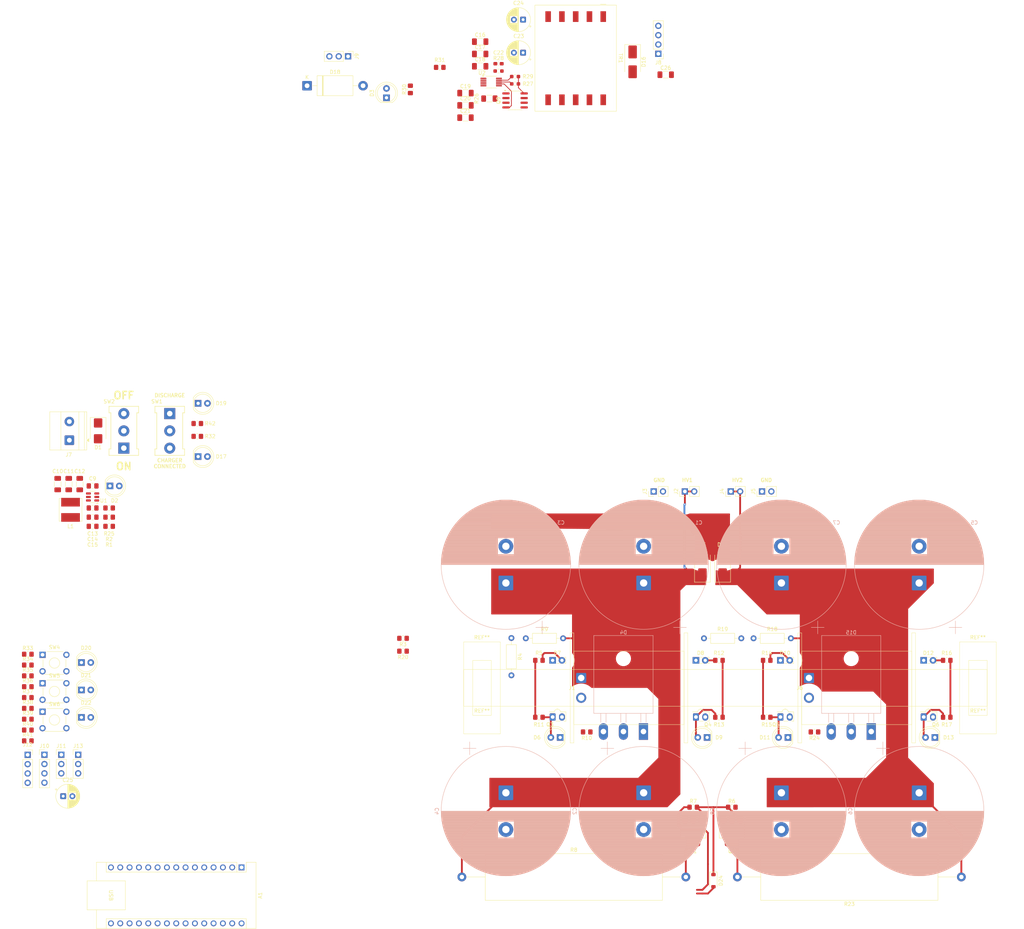
<source format=kicad_pcb>
(kicad_pcb (version 20241229) (generator "pcbnew") (generator_version "9.0")
  (title_block (title "Gauss-Beschleuniger") (date "2025-11-17") (rev "v1.0.0") (comment 1 "Designer: Erik Friedel"))
  (layers (0 "F.Cu" signal) (2 "B.Cu" signal) (13 "F.Paste" user) (15 "B.Paste" user) (5 "F.SilkS" user "F.Silkscreen") (7 "B.SilkS" user "B.Silkscreen") (1 "F.Mask" user) (3 "B.Mask" user) (25 "Edge.Cuts" user))
  (net 0 "")
  (net 2 "Net-(A1-D3)")
  (net 3 "/Controller/Stage1_optical1")
  (net 5 "GND")
  (net 6 "/Controller/SDA")
  (net 7 "Net-(A1-~{RESET}-Pad28)")
  (net 9 "/Controller/uC_trigger_in")
  (net 12 "/Controller/uC_Stage2_trigger")
  (net 15 "/Controller/Stage1_charge_sense")
  (net 16 "/Cap-Charger/~{DONE}")
  (net 18 "/Controller/uC_Charge")
  (net 19 "/Controller/Stage1_optical2")
  (net 20 "/Controller/uC_Discharge")
  (net 21 "/Controller/Stage2_optical2")
  (net 22 "/Controller/SCL")
  (net 25 "/Controller/Stage2_charge_sense")
  (net 26 "/Controller/uC_Stage1_trigger")
  (net 27 "+5V")
  (net 28 "/Controller/Stage2_optical1")
  (net 29 "/Firing-Stage/HV_S1")
  (net 30 "/Firing-Stage/HV_S2")
  (net 31 "+24V")
  (net 32 "Net-(U1-CB)")
  (net 33 "Net-(U1-SW)")
  (net 34 "/Cap-Charger/Charge supply")
  (net 35 "Net-(D18-A)")
  (net 36 "Net-(U2-RBG)")
  (net 37 "Net-(D1-A1)")
  (net 38 "Net-(D2-A)")
  (net 39 "Net-(D3-A)")
  (net 40 "Net-(D4-A)")
  (net 41 "/Controller/Stage1_trigger_lp")
  (net 42 "/Cap-Charger/HV-Charger_out")
  (net 43 "Net-(D7-A)")
  (net 44 "Net-(D8-A)")
  (net 45 "Net-(D10-A)")
  (net 46 "Net-(D12-A)")
  (net 47 "/Controller/Stage2_trigger_lp")
  (net 48 "Net-(D15-A)")
  (net 49 "Net-(D17-A)")
  (net 50 "Net-(D18-K)")
  (net 51 "Net-(D19-A)")
  (net 52 "Net-(D20-A)")
  (net 53 "Net-(D21-A)")
  (net 54 "Net-(D22-A)")
  (net 56 "Net-(J10-Pin_3)")
  (net 57 "Net-(J11-Pin_3)")
  (net 58 "/Cap-Charger/EN")
  (net 59 "Net-(J13-Pin_3)")
  (net 60 "Net-(Q1-D)")
  (net 61 "Net-(Q2-D)")
  (net 62 "Net-(U2-SOURCE)")
  (net 63 "Net-(Q9-D-Pad5)")
  (net 64 "Net-(Q9-G)")
  (net 65 "Net-(U1-FB)")
  (net 66 "Net-(R4-Pad1)")
  (net 67 "/Controller/Discharge")
  (net 68 "Net-(R18-Pad2)")
  (net 69 "Net-(U2-RDCM)")
  (net 70 "Net-(U2-RVout)")
  (net 71 "Net-(R39-Pad2)")
  (net 77 "/Firing-Stage/discharge_gate")
  (net 78 "Net-(D16-A)")
  (footprint "Diode_THT:D_DO-201_P15.24mm_Horizontal" (layer "F.Cu") (at 104.88 -14)
    (property "Reference" "D18")
    (property "Value" "1N5340BG 6V")
  )
  (footprint "OptoDevice:Osram_LPT80A" (layer "F.Cu") (at 272.73 157.935 90)
    (property "Reference" "Q6")
    (property "Value" "940nm")
  )
  (footprint "Diode_SMD:D_SMB_Handsoldering" (layer "F.Cu") (at 193.5 -20.5 -90)
    (property "Reference" "D16")
    (property "Value" "1000V")
  )
  (footprint "Resistor_SMD:R_1206_3216Metric_Pad1.30x1.75mm_HandSolder" (layer "F.Cu") (at 154.5 -10.5 180)
    (property "Reference" "R26")
    (property "Value" "12mR")
  )
  (footprint "Capacitor_SMD:C_1206_3216Metric_Pad1.33x1.80mm_HandSolder" (layer "F.Cu") (at 148 -5.3)
    (property "Reference" "C21")
    (property "Value" "4u7")
  )
  (footprint "Resistor_THT:R_Axial_DIN0207_L6.3mm_D2.5mm_P10.16mm_Horizontal" (layer "F.Cu") (at 160.5 136.42 -90)
    (property "Reference" "R4")
    (property "Value" "470k")
  )
  (footprint "Resistor_SMD:R_0805_2012Metric_Pad1.20x1.40mm_HandSolder" (layer "F.Cu") (at 28.874759 149.68)
    (property "Reference" "R36")
    (property "Value" "10k")
  )
  (footprint "Resistor_SMD:R_0805_2012Metric_Pad1.20x1.40mm_HandSolder" (layer "F.Cu") (at 230 142.5)
    (property "Reference" "R14")
    (property "Value" "1k")
  )
  (footprint "Capacitor_THT:CP_Radial_D6.3mm_P2.50mm" (layer "F.Cu") (at 163.68238 -32 180)
    (property "Reference" "C24")
    (property "Value" "100u 35V")
  )
  (footprint "Resistor_SMD:R_0805_2012Metric_Pad1.20x1.40mm_HandSolder" (layer "F.Cu") (at 75 78 180)
    (property "Reference" "R42")
    (property "Value" "10k")
  )
  (footprint "Capacitor_SMD:C_0805_2012Metric_Pad1.18x1.45mm_HandSolder" (layer "F.Cu") (at 46.5 101 180)
    (property "Reference" "C13")
    (property "Value" "100n")
  )
  (footprint "Diode_SMD:D_SMB_Handsoldering" (layer "F.Cu") (at 212.5 116.5 90)
    (property "Reference" "D5")
    (property "Value" "MURS160")
  )
  (footprint "Capacitor_SMD:C_0805_2012Metric_Pad1.18x1.45mm_HandSolder" (layer "F.Cu") (at 46.5 103.5)
    (property "Reference" "C14")
    (property "Value" "22u")
  )
  (footprint "Resistor_SMD:R_0805_2012Metric_Pad1.20x1.40mm_HandSolder" (layer "F.Cu") (at 28.874759 161.48)
    (property "Reference" "R40")
    (property "Value" "1k")
  )
  (footprint "Resistor_THT:R_Axial_Power_L48.0mm_W12.5mm_P60.96mm" (layer "F.Cu") (at 282.98 201.5 180)
    (property "Reference" "R23")
    (property "Value" "2k 5W SQP10AJB-2K")
  )
  (footprint "Connector_Wire:SolderWire-1sqmm_1x02_P5.4mm_D1.4mm_OD2.7mm" (layer "F.Cu") (at 179.5 147.3 -90)
    (property "Reference" "J1")
    (property "Value" "Conn_01x02")
  )
  (footprint "Resistor_SMD:R_0603_1608Metric_Pad0.98x0.95mm_HandSolder" (layer "F.Cu") (at 161.5 -16.5)
    (property "Reference" "R29")
    (property "Value" "60k4")
  )
  (footprint "Capacitor_SMD:C_1206_3216Metric_Pad1.33x1.80mm_HandSolder" (layer "F.Cu") (at 148 -8.65)
    (property "Reference" "C20")
    (property "Value" "4u7")
  )
  (footprint "LED_THT:LED_SideEmitter_Rectangular_W4.5mm_H1.6mm" (layer "F.Cu") (at 233.73 142.5)
    (property "Reference" "D10")
    (property "Value" "940nm")
  )
  (footprint "Resistor_SMD:R_0603_1608Metric_Pad0.98x0.95mm_HandSolder" (layer "F.Cu") (at 157 -18 180)
    (property "Reference" "R28")
    (property "Value" "2k49")
  )
  (footprint "Resistor_THT:R_Axial_DIN0207_L6.3mm_D2.5mm_P10.16mm_Horizontal" (layer "F.Cu") (at 236.58 136.5 180)
    (property "Reference" "R18")
    (property "Value" "470k")
  )
  (footprint "Button_Switch_THT:SW_TH_Tactile_Omron_B3F-10xx" (layer "F.Cu") (at 32.874759 156.48)
    (property "Reference" "SW6")
    (property "Value" "SW_Omron_B3FS")
  )
  (footprint "Resistor_SMD:R_0805_2012Metric_Pad1.20x1.40mm_HandSolder" (layer "F.Cu") (at 141 -18.999999 180)
    (property "Reference" "R31")
    (property "Value" "10k")
  )
  (footprint "Resistor_THT:R_Axial_DIN0207_L6.3mm_D2.5mm_P10.16mm_Horizontal" (layer "F.Cu") (at 223.08 136.5 180)
    (property "Reference" "R19")
    (property "Value" "470k")
  )
  (footprint "Capacitor_SMD:C_1206_3216Metric_Pad1.33x1.80mm_HandSolder" (layer "F.Cu") (at 43 94.5 90)
    (property "Reference" "C12")
    (property "Value" "1u")
  )
  (footprint "Resistor_SMD:R_0805_2012Metric_Pad1.20x1.40mm_HandSolder" (layer "F.Cu") (at 243 162 180)
    (property "Reference" "R24")
    (property "Value" "10k")
  )
  (footprint "Diode_SMD:D_SMB_Handsoldering" (layer "F.Cu") (at 218 116.5 90)
    (property "Reference" "D25")
    (property "Value" "MURS160")
  )
  (footprint "LED_THT:LED_D5.0mm" (layer "F.Cu") (at 43.464759 143.09)
    (property "Reference" "D20")
    (property "Value" "LED red")
  )
  (footprint "Resistor_SMD:R_0805_2012Metric_Pad1.20x1.40mm_HandSolder" (layer "F.Cu") (at 131 136.5 180)
    (property "Reference" "R3")
    (property "Value" "10k")
  )
  (footprint "Resistor_SMD:R_0805_2012Metric_Pad1.20x1.40mm_HandSolder" (layer "F.Cu") (at 131 140 180)
    (property "Reference" "R20")
    (property "Value" "10k")
  )
  (footprint "Resistor_THT:R_Axial_DIN0207_L6.3mm_D2.5mm_P10.16mm_Horizontal" (layer "F.Cu") (at 174.58 136.5 180)
    (property "Reference" "R9")
    (property "Value" "470k")
  )
  (footprint "Package_TO_SOT_SMD:SOT-23-6" (layer "F.Cu") (at 46.5 98 180)
    (property "Reference" "U1")
    (property "Value" "LMR50410")
  )
  (footprint "MountingHole:MountingHole_3.2mm_M3_DIN965" (layer "F.Cu") (at 287.5 140)
    (property "Reference" "REF**")
    (property "Value" "MountingHole_3.2mm_M3_DIN965")
  )
  (footprint "Resistor_SMD:R_0805_2012Metric_Pad1.20x1.40mm_HandSolder" (layer "F.Cu") (at 28.874759 155.58)
    (property "Reference" "R38")
    (property "Value" "10k")
  )
  (footprint "Resistor_SMD:R_0805_2012Metric_Pad1.20x1.40mm_HandSolder" (layer "F.Cu") (at 279 158 180)
    (property "Reference" "R17")
    (property "Value" "10k")
  )
  (footprint "Capacitor_THT:CP_Radial_D6.3mm_P2.50mm" (layer "F.Cu") (at 38.5 179.5)
    (property "Reference" "C25")
    (property "Value" "100u 35V")
  )
  (footprint "Diode_SMD:D_SOD-123" (layer "F.Cu") (at 215.5 202.5 -90)
    (property "Reference" "D24")
    (property "Value" "D_Schottky")
  )
  (footprint "Resistor_SMD:R_0805_2012Metric_Pad1.20x1.40mm_HandSolder" (layer "F.Cu") (at 51 101 180)
    (property "Reference" "R25")
    (property "Value" "22k1")
  )
  (footprint "Resistor_SMD:R_0603_1608Metric_Pad0.98x0.95mm_HandSolder" (layer "F.Cu") (at 161.5 -14.5)
    (property "Reference" "R27")
    (property "Value" "43k")
  )
  (footprint "Connector_PinHeader_2.54mm:PinHeader_1x02_P2.54mm_Vertical" (layer "F.Cu") (at 228.725 96.5 90)
    (property "Reference" "J5")
    (property "Value" "Conn_01x02")
  )
  (footprint "Package_TO_SOT_SMD:SOT-223-3_TabPin2" (layer "F.Cu") (at 210 189 -90)
    (property "Reference" "Q1")
    (property "Value" "Q_NMOS_GDS")
  )
  (footprint "00_Library:Toggle_Switch_SPDT_PCB" (layer "F.Cu") (at 55 84.7 180)
    (property "Reference" "SW2")
    (property "Value" "SW_SPDT" (hide yes))
  )
  (footprint "Resistor_SMD:R_0805_2012Metric_Pad1.20x1.40mm_HandSolder" (layer "F.Cu") (at 28.874759 140.83)
    (property "Reference" "R33")
    (property "Value" "10k")
  )
  (footprint "TerminalBlock_Phoenix:TerminalBlock_Phoenix_MKDS-1,5-2-5.08_1x02_P5.08mm_Horizontal" (layer "F.Cu") (at 40.1725 82.545 90)
    (property "Reference" "J7")
    (property "Value" "Screw_Terminal_01x02")
  )
  (footprint "Capacitor_SMD:C_0805_2012Metric_Pad1.18x1.45mm_HandSolder" (layer "F.Cu") (at 46.5 106)
    (property "Reference" "C15")
    (property "Value" "22u")
  )
  (footprint "LED_THT:LED_SideEmitter_Rectangular_W4.5mm_H1.6mm" (layer "F.Cu") (at 171.73 142.5)
    (property "Reference" "D7")
    (property "Value" "940nm")
  )
  (footprint "Module:Arduino_Nano" (layer "F.Cu") (at 87.05 198.89 -90)
    (property "Reference" "A1")
    (property "Value" "Arduino_Nano_v3.x")
  )
  (footprint "LED_THT:LED_D5.0mm" (layer "F.Cu") (at 75.225 72.5)
    (property "Reference" "D19")
    (property "Value" "LED red")
  )
  (footprint "Resistor_SMD:R_0805_2012Metric_Pad1.20x1.40mm_HandSolder" (layer "F.Cu") (at 230 158)
    (property "Reference" "R15")
    (property "Value" "10k")
  )
  (footprint "Resistor_SMD:R_0805_2012Metric_Pad1.20x1.40mm_HandSolder" (layer "F.Cu") (at 181 162 180)
    (property "Reference" "R10")
    (property "Value" "10k")
  )
  (footprint "Button_Switch_THT:SW_TH_Tactile_Omron_B3F-10xx" (layer "F.Cu") (at 32.874759 148.73)
    (property "Reference" "SW5")
    (property "Value" "SW_Omron_B3FS")
  )
  (footprint "LED_THT:LED_D5.0mm" (layer "F.Cu") (at 213.775 163.5 180)
    (property "Reference" "D9")
    (property "Value" "LED red")
  )
  (footprint "Connector_PinHeader_2.54mm:PinHeader_1x02_P2.54mm_Vertical" (layer "F.Cu") (at 220.225 96.5 90)
    (property "Reference" "J4")
    (property "Value" "Conn_01x02")
  )
  (footprint "Capacitor_SMD:C_0805_2012Metric_Pad1.18x1.45mm_HandSolder" (layer "F.Cu") (at 46.5 95)
    (property "Reference" "C9")
    (property "Value" "100n")
  )
  (footprint "LED_THT:LED_D5.0mm" (layer "F.Cu") (at 43.464759 150.56)
    (property "Reference" "D21")
    (property "Value" "LED red")
  )
  (footprint "Capacitor_SMD:C_1206_3216Metric_Pad1.33x1.80mm_HandSolder" (layer "F.Cu") (at 148 -12)
    (property "Reference" "C19")
    (property "Value" "4u7")
  )
  (footprint "Connector_PinHeader_2.54mm:PinHeader_1x02_P2.54mm_Vertical" (layer "F.Cu") (at 207.725 96.5 90)
    (property "Reference" "J2")
    (property "Value" "Conn_01x02")
  )
  (footprint "LED_THT:LED_D5.0mm" (layer "F.Cu") (at 126.5 -10.725 90)
    (property "Reference" "D3")
    (property "Value" "LED red")
  )
  (footprint "LED_THT:LED_D5.0mm" (layer "F.Cu") (at 235.775 163.5 180)
    (property "Reference" "D11")
    (property "Value" "LED red")
  )
  (footprint "OptoDevice:Osram_LPT80A" (layer "F.Cu") (at 210.73 157.935 90)
    (property "Reference" "Q4")
    (property "Value" "940nm")
  )
  (footprint "Connector_PinHeader_2.54mm:PinHeader_1x04_P2.54mm_Vertical" (layer "F.Cu") (at 33.394759 168.2)
    (property "Reference" "J10")
    (property "Value" "Conn_01x04")
  )
  (footprint "Connector_PinHeader_2.54mm:PinHeader_1x02_P2.54mm_Vertical" (layer "F.Cu") (at 199.225 96.5 90)
    (property "Reference" "J3")
    (property "Value" "Conn_01x02")
  )
  (footprint "Capacitor_SMD:C_1206_3216Metric_Pad1.33x1.80mm_HandSolder" (layer "F.Cu") (at 152 -19.3)
    (property "Reference" "C18")
    (property "Value" "4u7")
  )
  (footprint "Resistor_SMD:R_0805_2012Metric_Pad1.20x1.40mm_HandSolder" (layer "F.Cu") (at 217 158 180)
    (property "Reference" "R13")
    (property "Value" "10k")
  )
  (footprint "Connector_PinHeader_2.54mm:PinHeader_1x03_P2.54mm_Vertical" (layer "F.Cu") (at 37.984759 168.2)
    (property "Reference" "J11")
    (property "Value" "Conn_01x03")
  )
  (footprint "OptoDevice:Osram_LPT80A" (layer "F.Cu") (at 171.73 157.935 90)
    (property "Reference" "Q3")
    (property "Value" "940nm")
  )
  (footprint "Button_Switch_THT:SW_TH_Tactile_Omron_B3F-10xx" (layer "F.Cu") (at 32.874759 140.98)
    (property "Reference" "SW4")
    (property "Value" "SW_Omron_B3FS")
  )
  (footprint "Capacitor_SMD:C_0603_1608Metric_Pad1.08x0.95mm_HandSolder" (layer "F.Cu") (at 157 -20 180)
    (property "Reference" "C22")
    (property "Value" "100p")
  )
  (footprint "MountingHole:MountingHole_3.2mm_M3_DIN965" (layer "F.Cu") (at 152.5 160)
    (property "Reference" "REF**")
    (property "Value" "MountingHole_3.2mm_M3_DIN965")
  )
  (footprint "Resistor_SMD:R_0805_2012Metric_Pad1.20x1.40mm_HandSolder" (layer "F.Cu") (at 75 81.5 180)
    (property "Reference" "R32")
    (property "Value" "10k")
  )
  (footprint "MountingHole:MountingHole_3.2mm_M3_DIN965" (layer "F.Cu") (at 287.5 160)
    (property "Reference" "REF**")
    (property "Value" "MountingHole_3.2mm_M3_DIN965")
  )
  (footprint "Resistor_SMD:R_0805_2012Metric_Pad1.20x1.40mm_HandSolder" (layer "F.Cu") (at 51 106)
    (property "Reference" "R1")
    (property "Value" "10k")
  )
  (footprint "Capacitor_THT:CP_Radial_D6.3mm_P2.50mm" (layer "F.Cu") (at 163.68238 -23 180)
    (property "Reference" "C23")
    (property "Value" "100u 35V")
  )
  (footprint "Resistor_SMD:R_0805_2012Metric_Pad1.20x1.40mm_HandSolder" (layer "F.Cu") (at 220.5 182.5)
    (property "Reference" "R6")
    (property "Value" "10k")
  )
  (footprint "LED_THT:LED_D5.0mm" (layer "F.Cu") (at 43.464759 158.03)
    (property "Reference" "D22")
    (property "Value" "LED red")
  )
  (footprint "Resistor_SMD:R_0805_2012Metric_Pad1.20x1.40mm_HandSolder" (layer "F.Cu") (at 51 103.5 180)
    (property "Reference" "R2")
    (property "Value" "88k7")
  )
  (footprint "Package_SO:MSOP-10_3x3mm_P0.5mm" (layer "F.Cu") (at 155 -15)
    (property "Reference" "U2")
    (property "Value" "~")
  )
  (footprint "Capacitor_SMD:C_1206_3216Metric_Pad1.33x1.80mm_HandSolder" (layer "F.Cu") (at 37 94.5 90)
    (property "Reference" "C10")
    (property "Value" "1u")
  )
  (footprint "Capacitor_SMD:C_1206_3216Metric_Pad1.33x1.80mm_HandSolder" (layer "F.Cu") (at 40 94.5 90)
    (property "Reference" "C11")
    (property "Value" "1u")
  )
  (footprint "Connector_PinHeader_2.54mm:PinHeader_1x03_P2.54mm_Vertical" (layer "F.Cu") (at 116.04 -22 -90)
    (property "Reference" "J9")
    (property "Value" "Conn_01x03")
  )
  (footprint "Package_SO:SOIC-8_3.9x4.9mm_P1.27mm" (layer "F.Cu") (at 161.5 -10)
    (property "Reference" "Q9")
    (property "Value" "IRF7493")
  )
  (footprint "Resistor_SMD:R_0805_2012Metric_Pad1.20x1.40mm_HandSolder" (layer "F.Cu") (at 28.874759 146.73)
    (property "Reference" "R35")
    (property "Value" "10k")
  )
  (footprint "Resistor_SMD:R_0805_2012Metric_Pad1.20x1.40mm_HandSolder" (layer "F.Cu") (at 28.874759 152.63)
    (property "Reference" "R37")
    (property "Value" "10k")
  )
  (footprint "Resistor_SMD:R_0805_2012Metric_Pad1.20x1.40mm_HandSolder" (layer "F.Cu") (at 168 158)
    (property "Reference" "R11")
    (property "Value" "10k")
  )
  (footprint "LED_THT:LED_D5.0mm" (layer "F.Cu") (at 51.225 95)
    (property "Reference" "D2")
    (property "Value" "LED red")
  )
  (footprint "Resistor_SMD:R_0805_2012Metric_Pad1.20x1.40mm_HandSolder" (layer "F.Cu") (at 28.874759 158.53)
    (property "Reference" "R39")
    (property "Value" "1k")
  )
  (footprint "Resistor_SMD:R_0805_2012Metric_Pad1.20x1.40mm_HandSolder" (layer "F.Cu") (at 133 -13 90)
    (property "Reference" "R30")
    (property "Value" "10k")
  )
  (footprint "Connector_PinSocket_2.54mm:PinSocket_1x04_P2.54mm_Vertical" (layer "F.Cu") (at 28.824759 168.23)
    (property "Reference" "J12")
    (property "Value" "Conn_01x04_Socket")
  )
  (footprint "Resistor_SMD:R_0805_2012Metric_Pad1.20x1.40mm_HandSolder" (layer "F.Cu") (at 28.874759 143.78)
    (property "Reference" "R34")
    (property "Value" "10k")
  )
  (footprint "Resistor_SMD:R_0805_2012Metric_Pad1.20x1.40mm_HandSolder" (layer "F.Cu") (at 217 142.5 180)
    (property "Reference" "R12")
    (property "Value" "1k")
  )
  (footprint "Connector_PinHeader_2.54mm:PinHeader_1x03_P2.54mm_Vertical" (layer "F.Cu") (at 42.574759 168.2)
    (property "Reference" "J13")
    (property "Value" "Conn_01x03")
  )
  (footprint "Inductor_SMD:L_Bourns_SRN6045TA" (layer "F.Cu") (at 40.5 101.5 -90)
    (property "Reference" "L1")
    (property "Value" "L")
  )
  (footprint "LED_THT:LED_SideEmitter_Rectangular_W4.5mm_H1.6mm" (layer "F.Cu") (at 210.73 142.5)
    (property "Reference" "D8")
    (property "Value" "940nm")
  )
  (footprint "OptoDevice:Osram_LPT80A" (layer "F.Cu") (at 233.73 157.935 90)
    (property "Reference" "Q5")
    (property "Value" "940nm")
  )
  (footprint "Connector_PinHeader_2.54mm:PinHeader_1x04_P2.54mm_Vertical" (layer "F.Cu") (at 200.5 -22.69 180)
    (property "Reference" "J8")
    (property "Value" "Conn_01x04")
  )
  (footprint "MountingHole:MountingHole_3.2mm_M3_DIN965" (layer "F.Cu") (at 152.5 140)
    (property "Reference" "REF**")
    (property "Value" "MountingHole_3.2mm_M3_DIN965")
  )
  (footprint "LED_THT:LED_D5.0mm" (layer "F.Cu") (at 75.225 87)
    (property "Reference" "D17")
    (property "Value" "LED red")
  )
  (footprint "00_Library:Toggle_Switch_SPDT_PCB" (layer "F.Cu") (at 67.5 75.3)
    (property "Reference" "SW1")
    (property "Value" "SW_SPDT" (hide yes))
  )
  (footprint "LED_THT:LED_D5.0mm" (layer "F.Cu") (at 173.775 163.5 180)
    (property "Reference" "D6")
    (property "Value" "LED red")
  )
  (footprint "Resistor_SMD:R_0805_2012Metric_Pad1.20x1.40mm_HandSolder" (layer "F.Cu") (at 210 182.5)
    (property "Reference" "R7")
    (property "Value" "10k")
  )
  (footprint "Capacitor_SMD:C_1206_3216Metric_Pad1.33x1.80mm_HandSolder" (layer "F.Cu") (at 202.5 -17)
    (property "Reference" "C26")
    (property "Value" "1000pF")
  )
  (footprint "Diode_SMD:D_SMB" (layer "F.Cu") (at 48 80 -90)
    (property "Reference" "D1")
    (property "Value" "SM6T36A")
  )
  (footprint "00_Library:T_Wurth_WE-FB3751-EFD20" (layer "F.Cu") (at 178 -21.5 -90)
    (property "Reference" "TR1")
    (property "Value" "Wuerth_750032052" (hide yes))
  )
  (footprint "Connector_Wire:SolderWire-1sqmm_1x02_P5.4mm_D1.4mm_OD2.7mm" (layer "F.Cu") (at 241.5 147.3 -90)
    (property "Reference" "J6")
    (property "Value" "Conn_01x02")
  )
  (footprint "Resistor_SMD:R_0805_2012Metric_Pad1.20x1.40mm_HandSolder" (layer "F.Cu") (at 28.874759 164.43)
    (property "Reference" "R41")
    (property "Value" "10k")
  )
  (footprint "Resistor_SMD:R_0805_2012Metric_Pad1.20x1.40mm_HandSolder" (layer "F.Cu") (at 168 142.5)
    (property "Reference" "R5")
    (property "Value" "1k")
  )
  (footprint "Capacitor_SMD:C_1206_3216Metric_Pad1.33x1.80mm_HandSolder" (layer "F.Cu") (at 152 -22.65)
    (property "Reference" "C17")
    (property "Value" "4u7")
  )
  (footprint "Resistor_THT:R_Axial_Power_L48.0mm_W12.5mm_P60.96mm" (layer "F.Cu") (at 147.02 201.5)
    (property "Reference" "R8")
    (property "Value" "2k 5W SQP10AJB-2K")
  )
  (footprint "Capacitor_SMD:C_1206_3216Metric_Pad1.33x1.80mm_HandSolder" (layer "F.Cu") (at 152 -26)
    (property "Reference" "C16")
    (property "Value" "4u7")
  )
  (footprint "LED_THT:LED_D5.0mm" (layer "F.Cu") (at 275.775 163.5 180)
    (property "Reference" "D13")
    (property "Value" "LED red")
  )
  (footprint "Package_TO_SOT_SMD:SOT-223-3_TabPin2" (layer "F.Cu") (at 220.5 189 -90)
    (property "Reference" "Q2")
    (property "Value" "Q_NMOS_GDS")
  )
  (footprint "LED_THT:LED_SideEmitter_Rectangular_W4.5mm_H1.6mm" (layer "F.Cu") (at 272.73 142.5)
    (property "Reference" "D12")
    (property "Value" "940nm")
  )
  (footprint "Resistor_SMD:R_0805_2012Metric_Pad1.20x1.40mm_HandSolder" (layer "F.Cu") (at 279 142.5 180)
    (property "Reference" "R16")
    (property "Value" "1k")
  )
  (footprint "Capacitor_THT:CP_Radial_D35.0mm_P10.00mm_SnapIn" (layer "B.Cu") (at 196.5 178.569501 -90)
    (property "Reference" "C2")
    (property "Value" "1000uF")
  )
  (footprint "Capacitor_THT:CP_Radial_D35.0mm_P10.00mm_SnapIn" (layer "B.Cu") (at 159 121.430499 90)
    (property "Reference" "C3")
    (property "Value" "1000uF")
  )
  (footprint "Capacitor_THT:CP_Radial_D35.0mm_P10.00mm_SnapIn" (layer "B.Cu") (at 271.5 178.569501 -90)
    (property "Reference" "C6")
    (property "Value" "1000uF")
  )
  (footprint "Capacitor_THT:CP_Radial_D35.0mm_P10.00mm_SnapIn" (layer "B.Cu") (at 234 121.430499 90)
    (property "Reference" "C7")
    (property "Value" "1000uF")
  )
  (footprint "Package_TO_SOT_THT:TO-247-3_Horizontal_TabDown" (layer "B.Cu") (at 258.45 161.89 180)
    (property "Reference" "D15")
    (property "Value" "Q_SCR_KAG")
  )
  (footprint "Capacitor_THT:CP_Radial_D35.0mm_P10.00mm_SnapIn" (layer "B.Cu") (at 271.5 121.430499 90)
    (property "Reference" "C5")
    (property "Value" "1000uF")
  )
  (footprint "Capacitor_THT:CP_Radial_D35.0mm_P10.00mm_SnapIn" (layer "B.Cu") (at 159 178.569501 -90)
    (property "Reference" "C4")
    (property "Value" "1000uF")
  )
  (footprint "Capacitor_THT:CP_Radial_D35.0mm_P10.00mm_SnapIn" (layer "B.Cu") (at 234 178.569501 -90)
    (property "Reference" "C8")
    (property "Value" "1000uF")
  )
  (footprint "Package_TO_SOT_THT:TO-247-3_Horizontal_TabDown" (layer "B.Cu") (at 196.45 161.89 180)
    (property "Reference" "D4")
    (property "Value" "Q_SCR_KAG")
  )
  (footprint "Capacitor_THT:CP_Radial_D35.0mm_P10.00mm_SnapIn" (layer "B.Cu") (at 196.5 121.430499 90)
    (property "Reference" "C1")
    (property "Value" "1000uF")
  )
  (gr_rect (start 150 142.5) (end 155 157.5) (stroke (width 0.1)) (fill no) (layer "F.SilkS"))
  (gr_rect (start 238.5 135) (end 239.5 165) (stroke (width 0.1)) (fill no) (layer "F.SilkS"))
  (gr_rect (start 282.5 137.5) (end 292.5 162.5) (stroke (width 0.1)) (fill no) (layer "F.SilkS"))
  (gr_rect (start 269.5 135) (end 270.5 165) (stroke (width 0.1)) (fill no) (layer "F.SilkS"))
  (gr_rect (start 147.5 137.5) (end 157.5 162.5) (stroke (width 0.1)) (fill no) (layer "F.SilkS"))
  (gr_rect (start 147.5 145) (end 290 155) (stroke (width 0.1)) (fill no) (layer "F.SilkS"))
  (gr_rect (start 285 142.5) (end 290 157.5) (stroke (width 0.1)) (fill no) (layer "F.SilkS"))
  (gr_rect (start 177.5 140) (end 207.5 160) (stroke (width 0.1)) (fill no) (layer "F.SilkS"))
  (gr_rect (start 207.5 135) (end 208.5 165) (stroke (width 0.1)) (fill no) (layer "F.SilkS"))
  (gr_rect (start 239.5 140) (end 269.5 160) (stroke (width 0.1)) (fill no) (layer "F.SilkS"))
  (gr_rect (start 176.5 135) (end 177.5 165) (stroke (width 0.1)) (fill no) (layer "F.SilkS"))
  (gr_text "GND		HV1" (at 204.5 94 0) (layer "F.SilkS") (effects (font (size 1 1) (thickness 0.2) (bold yes)) (justify bottom)))
  (gr_text "OFF\n\n\n\n\n\nON" (at 55 80 0) (layer "F.SilkS") (effects (font (size 2 2) (thickness 0.4) (bold yes))))
  (gr_text "HV2		GND" (at 226 94 0) (layer "F.SilkS") (effects (font (size 1 1) (thickness 0.2) (bold yes)) (justify bottom)))
  (gr_text "DISCHARGE\n\n\n\n\n\n\n\n\n\n\nCHARGER\nCONNECTED" (at 67.5 80 0) (layer "F.SilkS") (effects (font (size 1 1) (thickness 0.2))))
  (segment (start 169 158) (end 171.665 158) (width 0.5) (layer "F.Cu") (net 3))
  (segment (start 171.235 158.43) (end 171.73 157.935) (width 0.5) (layer "F.Cu") (net 3))
  (segment (start 171.235 163.5) (end 171.235 158.43) (width 0.5) (layer "F.Cu") (net 3))
  (segment (start 171.665 158) (end 171.73 157.935) (width 0.5) (layer "F.Cu") (net 3))
  (segment (start 212.665 156) (end 210.73 157.935) (width 0.5) (layer "F.Cu") (net 19))
  (segment (start 216 157) (end 215 156) (width 0.5) (layer "F.Cu") (net 19))
  (segment (start 215 156) (end 212.665 156) (width 0.5) (layer "F.Cu") (net 19))
  (segment (start 210.73 162.995) (end 211.235 163.5) (width 0.5) (layer "F.Cu") (net 19))
  (segment (start 216 158) (end 216 157) (width 0.5) (layer "F.Cu") (net 19))
  (segment (start 210.73 157.935) (end 210.73 162.995) (width 0.5) (layer "F.Cu") (net 19))
  (segment (start 212.5 206) (end 211 206) (width 0.5) (layer "F.Cu") (net 20))
  (segment (start 214 206) (end 212.5 206) (width 0.5) (layer "F.Cu") (net 20))
  (segment (start 215.5 204.5) (end 214 206) (width 0.5) (layer "F.Cu") (net 20))
  (segment (start 215.5 204.15) (end 215.5 204.5) (width 0.5) (layer "F.Cu") (net 20))
  (segment (start 278 157) (end 277 156) (width 0.5) (layer "F.Cu") (net 21))
  (segment (start 278 158) (end 278 157) (width 0.5) (layer "F.Cu") (net 21))
  (segment (start 272.73 162.995) (end 273.235 163.5) (width 0.5) (layer "F.Cu") (net 21))
  (segment (start 274.665 156) (end 272.73 157.935) (width 0.5) (layer "F.Cu") (net 21))
  (segment (start 277 156) (end 274.665 156) (width 0.5) (layer "F.Cu") (net 21))
  (segment (start 272.73 157.935) (end 272.73 162.995) (width 0.5) (layer "F.Cu") (net 21))
  (segment (start 229 142.5) (end 229 158) (width 0.5) (layer "F.Cu") (net 27))
  (segment (start 280 142.5) (end 280 158) (width 0.5) (layer "F.Cu") (net 27))
  (segment (start 167 142.5) (end 167 158) (width 0.5) (layer "F.Cu") (net 27))
  (segment (start 218 142.5) (end 218 158) (width 0.5) (layer "F.Cu") (net 27))
  (segment (start 231 158) (end 233.665 158) (width 0.5) (layer "F.Cu") (net 28))
  (segment (start 233.665 158) (end 233.73 157.935) (width 0.5) (layer "F.Cu") (net 28))
  (segment (start 233.235 163.5) (end 233.235 158.43) (width 0.5) (layer "F.Cu") (net 28))
  (segment (start 233.235 158.43) (end 233.73 157.935) (width 0.5) (layer "F.Cu") (net 28))
  (segment (start 174.58 136.5) (end 179 136.5) (width 0.5) (layer "F.Cu") (net 29))
  (segment (start 210.265 96.5) (end 207.725 96.5) (width 0.5) (layer "F.Cu") (net 29))
  (segment (start 179.5 137) (end 179.5 147.3) (width 0.5) (layer "F.Cu") (net 29))
  (segment (start 147.02 201.5) (end 147.02 190.549501) (width 0.5) (layer "F.Cu") (net 29))
  (segment (start 179 136.5) (end 179.5 137) (width 0.5) (layer "F.Cu") (net 29))
  (segment (start 147.02 190.549501) (end 159 178.569501) (width 0.5) (layer "F.Cu") (net 29))
  (segment (start 212.5 119.2) (end 209.7 119.2) (width 0.5) (layer "F.Cu") (net 29))
  (segment (start 209.7 119.2) (end 207.75 117.25) (width 0.5) (layer "F.Cu") (net 29))
  (segment (start 207.725 100) (end 207.725 96.5) (width 0.5) (layer "F.Cu") (net 29))
  (via (at 207.75 117.25) (size 0.6) (drill 0.3) (layers "F.Cu" "B.Cu") (net 29))
  (via (at 207.725 100) (size 0.6) (drill 0.3) (layers "F.Cu" "B.Cu") (net 29))
  (segment (start 207.6 117.1) (end 207.75 117.25) (width 0.5) (layer "B.Cu") (net 29))
  (segment (start 207.6 100.125) (end 207.6 117.1) (width 0.5) (layer "B.Cu") (net 29))
  (segment (start 207.725 100) (end 207.6 100.125) (width 0.5) (layer "B.Cu") (net 29))
  (segment (start 220.225 96.5) (end 222.765 96.5) (width 0.5) (layer "F.Cu") (net 30))
  (segment (start 222.765 117.235) (end 222.765 96.5) (width 0.5) (layer "F.Cu") (net 30))
  (segment (start 218 119.2) (end 220.8 119.2) (width 0.5) (layer "F.Cu") (net 30))
  (segment (start 236.58 136.5) (end 241 136.5) (width 0.5) (layer "F.Cu") (net 30))
  (segment (start 241.5 137) (end 241.5 147.3) (width 0.5) (layer "F.Cu") (net 30))
  (segment (start 282.98 201.5) (end 282.98 190.049501) (width 0.5) (layer "F.Cu") (net 30))
  (segment (start 220.8 119.2) (end 222.765 117.235) (width 0.5) (layer "F.Cu") (net 30))
  (segment (start 282.98 190.049501) (end 271.5 178.569501) (width 0.5) (layer "F.Cu") (net 30))
  (segment (start 241 136.5) (end 241.5 137) (width 0.5) (layer "F.Cu") (net 30))
  (segment (start 169 141) (end 169.5 140.5) (width 0.5) (layer "F.Cu") (net 43))
  (segment (start 169.5 140.5) (end 172.27 140.5) (width 0.5) (layer "F.Cu") (net 43))
  (segment (start 172.27 140.5) (end 174.27 142.5) (width 0.5) (layer "F.Cu") (net 43))
  (segment (start 169 142.5) (end 169 141) (width 0.5) (layer "F.Cu") (net 43))
  (segment (start 216 142.5) (end 213.27 142.5) (width 0.5) (layer "F.Cu") (net 44))
  (segment (start 234.27 140.5) (end 236.27 142.5) (width 0.5) (layer "F.Cu") (net 45))
  (segment (start 231.5 140.5) (end 234.27 140.5) (width 0.5) (layer "F.Cu") (net 45))
  (segment (start 231 142.5) (end 231 141) (width 0.5) (layer "F.Cu") (net 45))
  (segment (start 231 141) (end 231.5 140.5) (width 0.5) (layer "F.Cu") (net 45))
  (segment (start 275.27 142.5) (end 278 142.5) (width 0.5) (layer "F.Cu") (net 46))
  (segment (start 207.98 194.17) (end 207.98 201.5) (width 0.5) (layer "F.Cu") (net 60))
  (segment (start 210 192.15) (end 207.98 194.17) (width 0.5) (layer "F.Cu") (net 60))
  (segment (start 220.5 192.15) (end 222.02 193.67) (width 0.5) (layer "F.Cu") (net 61))
  (segment (start 222.02 193.67) (end 222.02 201.5) (width 0.5) (layer "F.Cu") (net 61))
  (segment (start 163.975 -11.905) (end 162.4125 -13.4675) (width 0.2) (layer "F.Cu") (net 63))
  (segment (start 162.4125 -13.4675) (end 162.4125 -14.5) (width 0.2) (layer "F.Cu") (net 63))
  (segment (start 162.4125 -14.5) (end 162.4125 -16.5) (width 0.2) (layer "F.Cu") (net 63))
  (segment (start 160.5 -8.595001) (end 159.999999 -8.095) (width 0.2) (layer "F.Cu") (net 64))
  (segment (start 159.999999 -8.095) (end 159.025 -8.095) (width 0.2) (layer "F.Cu") (net 64))
  (segment (start 160.5 -12.5) (end 160.5 -8.595001) (width 0.2) (layer "F.Cu") (net 64))
  (segment (start 157.1125 -14.5) (end 158.5 -14.5) (width 0.2) (layer "F.Cu") (net 64))
  (segment (start 158.5 -14.5) (end 160.5 -12.5) (width 0.2) (layer "F.Cu") (net 64))
  (segment (start 212.5 205) (end 211 205) (width 0.5) (layer "F.Cu") (net 67))
  (segment (start 207 188.5) (end 208 188.5) (width 0.5) (layer "F.Cu") (net 67))
  (segment (start 213 204.5) (end 212.75 204.75) (width 0.5) (layer "F.Cu") (net 67))
  (segment (start 208 188.5) (end 213 188.5) (width 0.5) (layer "F.Cu") (net 67))
  (segment (start 212.75 204.75) (end 212.5 205) (width 0.5) (layer "F.Cu") (net 67))
  (segment (start 207.5 182.5) (end 206 184) (width 0.5) (layer "F.Cu") (net 67))
  (segment (start 214 189.5) (end 214 198) (width 0.5) (layer "F.Cu") (net 67))
  (segment (start 206 184) (end 206 187.5) (width 0.5) (layer "F.Cu") (net 67))
  (segment (start 206 187.5) (end 207 188.5) (width 0.5) (layer "F.Cu") (net 67))
  (segment (start 209 182.5) (end 207.5 182.5) (width 0.5) (layer "F.Cu") (net 67))
  (segment (start 214 198) (end 214 203.5) (width 0.5) (layer "F.Cu") (net 67))
  (segment (start 213 188.5) (end 214 189.5) (width 0.5) (layer "F.Cu") (net 67))
  (segment (start 214 203.5) (end 213 204.5) (width 0.5) (layer "F.Cu") (net 67))
  (segment (start 157.1125 -15) (end 160.0875 -15) (width 0.2) (layer "F.Cu") (net 69))
  (segment (start 160.0875 -15) (end 160.5875 -14.5) (width 0.2) (layer "F.Cu") (net 69))
  (segment (start 160.5875 -16.5) (end 159.5875 -15.5) (width 0.2) (layer "F.Cu") (net 70))
  (segment (start 159.5875 -15.5) (end 157.1125 -15.5) (width 0.2) (layer "F.Cu") (net 70))
  (segment (start 212.3 185.85) (end 212.3 183.8) (width 0.5) (layer "F.Cu") (net 77))
  (segment (start 219.5 182.5) (end 219.5 182.55) (width 0.5) (layer "F.Cu") (net 77))
  (segment (start 215.5 200.85) (end 215.5 182.5) (width 0.5) (layer "F.Cu") (net 77))
  (segment (start 215.5 182.5) (end 219.5 182.5) (width 0.5) (layer "F.Cu") (net 77))
  (segment (start 211 182.5) (end 215.5 182.5) (width 0.5) (layer "F.Cu") (net 77))
  (segment (start 219.5 182.55) (end 222.8 185.85) (width 0.5) (layer "F.Cu") (net 77))
  (segment (start 222.8 185.85) (end 222.8 185.8) (width 0.25) (layer "F.Cu") (net 77))
  (segment (start 212.3 183.8) (end 211 182.5) (width 0.5) (layer "F.Cu") (net 77))
  (zone (net 29) (net_name "/Firing-Stage/HV_S1") (layer "F.Cu") (connect_pads yes (clearance 2.5)) (min_thickness 0.25) (fill yes (thermal_gap 0.5) (thermal_bridge_width 0.5))
    (polygon (pts (xy 155 117.5) (xy 155 130) (xy 177 130) (xy 177 150) (xy 197.5 150) (xy 200.5 153) (xy 200.5 169) (xy 195 174.5) (xy 154.5 174.5) (xy 154.5 182.5) (xy 203 182.5) (xy 206.5 179) (xy 206.5 123.5) (xy 208.036585 122) (xy 214.5 122) (xy 214.5 117.5) (xy 200 117.5) (xy 155 117.5)))
  )
  (zone (net 42) (net_name "/Cap-Charger/HV-Charger_out") (layer "F.Cu") (priority 2) (connect_pads yes (clearance 2.5)) (min_thickness 0.25) (fill yes (thermal_gap 0.5) (thermal_bridge_width 0.5))
    (polygon (pts (xy 155 106.5) (xy 160 106.5) (xy 209 107) (xy 210.5 108.5) (xy 210.5 115.5) (xy 220 115.5) (xy 220 102.5) (xy 155 102.5)))
  )
  (zone (net 30) (net_name "/Firing-Stage/HV_S2") (layer "F.Cu") (priority 1) (connect_pads yes (clearance 2.5)) (min_thickness 0.25) (fill yes (thermal_gap 0.5) (thermal_bridge_width 0.5))
    (polygon (pts (xy 230 117.5) (xy 216 117.5) (xy 216 122) (xy 222 122) (xy 230 130) (xy 239 130) (xy 239 151) (xy 259 151) (xy 262.5 154.5) (xy 262.5 169) (xy 257 174.5) (xy 230 174.5) (xy 230 182.511905) (xy 275.5 182.5) (xy 275.5 176) (xy 268.5 169) (xy 268.5 128.5) (xy 275.5 121.5) (xy 275.5 117.5)))
  )
)
</source>
